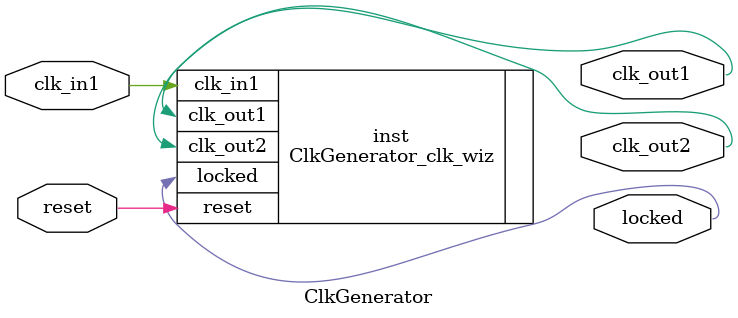
<source format=v>


`timescale 1ps/1ps

(* CORE_GENERATION_INFO = "ClkGenerator,clk_wiz_v5_4_3_0,{component_name=ClkGenerator,use_phase_alignment=true,use_min_o_jitter=false,use_max_i_jitter=false,use_dyn_phase_shift=false,use_inclk_switchover=false,use_dyn_reconfig=false,enable_axi=0,feedback_source=FDBK_AUTO,PRIMITIVE=MMCM,num_out_clk=2,clkin1_period=10.000,clkin2_period=10.000,use_power_down=false,use_reset=true,use_locked=true,use_inclk_stopped=false,feedback_type=SINGLE,CLOCK_MGR_TYPE=NA,manual_override=false}" *)

module ClkGenerator 
 (
  // Clock out ports
  output        clk_out1,
  output        clk_out2,
  // Status and control signals
  input         reset,
  output        locked,
 // Clock in ports
  input         clk_in1
 );

  ClkGenerator_clk_wiz inst
  (
  // Clock out ports  
  .clk_out1(clk_out1),
  .clk_out2(clk_out2),
  // Status and control signals               
  .reset(reset), 
  .locked(locked),
 // Clock in ports
  .clk_in1(clk_in1)
  );

endmodule

</source>
